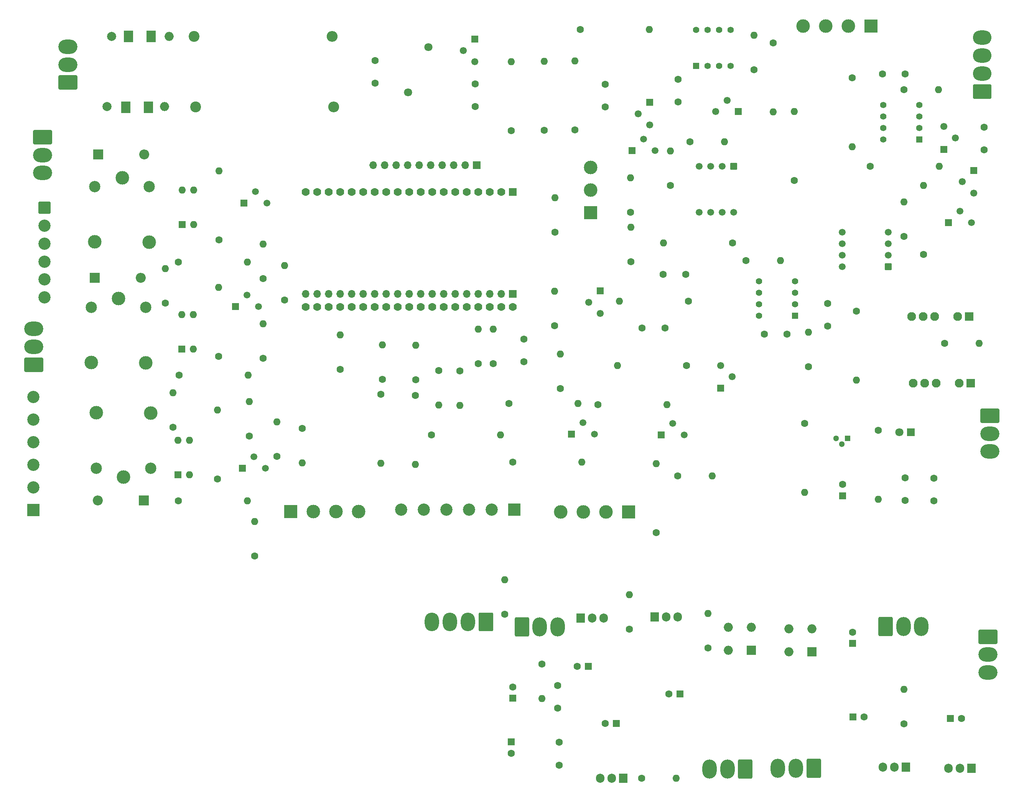
<source format=gbr>
%TF.GenerationSoftware,KiCad,Pcbnew,8.0.3*%
%TF.CreationDate,2024-10-09T15:46:38-03:00*%
%TF.ProjectId,mod_sensado_Prototipo_270624,6d6f645f-7365-46e7-9361-646f5f50726f,rev?*%
%TF.SameCoordinates,Original*%
%TF.FileFunction,Soldermask,Bot*%
%TF.FilePolarity,Negative*%
%FSLAX46Y46*%
G04 Gerber Fmt 4.6, Leading zero omitted, Abs format (unit mm)*
G04 Created by KiCad (PCBNEW 8.0.3) date 2024-10-09 15:46:38*
%MOMM*%
%LPD*%
G01*
G04 APERTURE LIST*
G04 Aperture macros list*
%AMRoundRect*
0 Rectangle with rounded corners*
0 $1 Rounding radius*
0 $2 $3 $4 $5 $6 $7 $8 $9 X,Y pos of 4 corners*
0 Add a 4 corners polygon primitive as box body*
4,1,4,$2,$3,$4,$5,$6,$7,$8,$9,$2,$3,0*
0 Add four circle primitives for the rounded corners*
1,1,$1+$1,$2,$3*
1,1,$1+$1,$4,$5*
1,1,$1+$1,$6,$7*
1,1,$1+$1,$8,$9*
0 Add four rect primitives between the rounded corners*
20,1,$1+$1,$2,$3,$4,$5,0*
20,1,$1+$1,$4,$5,$6,$7,0*
20,1,$1+$1,$6,$7,$8,$9,0*
20,1,$1+$1,$8,$9,$2,$3,0*%
G04 Aperture macros list end*
%ADD10C,1.600000*%
%ADD11O,1.600000X1.600000*%
%ADD12R,1.905000X2.000000*%
%ADD13O,1.905000X2.000000*%
%ADD14R,1.500000X1.500000*%
%ADD15C,1.500000*%
%ADD16R,2.000000X2.000000*%
%ADD17O,2.000000X2.000000*%
%ADD18RoundRect,0.102000X-0.780000X0.780000X-0.780000X-0.780000X0.780000X-0.780000X0.780000X0.780000X0*%
%ADD19C,1.764000*%
%ADD20RoundRect,0.250000X-1.330000X-1.850000X1.330000X-1.850000X1.330000X1.850000X-1.330000X1.850000X0*%
%ADD21O,3.160000X4.200000*%
%ADD22RoundRect,0.250000X1.850000X-1.330000X1.850000X1.330000X-1.850000X1.330000X-1.850000X-1.330000X0*%
%ADD23O,4.200000X3.160000*%
%ADD24R,1.600000X1.600000*%
%ADD25R,3.000000X3.000000*%
%ADD26C,3.000000*%
%ADD27R,1.550000X1.550000*%
%ADD28C,1.550000*%
%ADD29C,2.400000*%
%ADD30O,2.400000X2.400000*%
%ADD31RoundRect,0.102000X0.865000X0.865000X-0.865000X0.865000X-0.865000X-0.865000X0.865000X-0.865000X0*%
%ADD32C,1.934000*%
%ADD33C,2.500000*%
%ADD34R,2.200000X2.200000*%
%ADD35O,2.200000X2.200000*%
%ADD36RoundRect,0.250000X-1.850000X1.330000X-1.850000X-1.330000X1.850000X-1.330000X1.850000X1.330000X0*%
%ADD37C,2.000000*%
%ADD38RoundRect,0.102000X0.605000X-0.605000X0.605000X0.605000X-0.605000X0.605000X-0.605000X-0.605000X0*%
%ADD39C,1.414000*%
%ADD40R,1.800000X1.800000*%
%ADD41C,1.800000*%
%ADD42R,2.700000X2.700000*%
%ADD43C,2.700000*%
%ADD44RoundRect,0.102000X0.649000X0.649000X-0.649000X0.649000X-0.649000X-0.649000X0.649000X-0.649000X0*%
%ADD45C,1.502000*%
%ADD46RoundRect,0.250000X1.330000X1.800000X-1.330000X1.800000X-1.330000X-1.800000X1.330000X-1.800000X0*%
%ADD47O,3.160000X4.100000*%
%ADD48RoundRect,0.250001X-1.099999X1.099999X-1.099999X-1.099999X1.099999X-1.099999X1.099999X1.099999X0*%
%ADD49R,1.700000X1.700000*%
%ADD50O,1.700000X1.700000*%
%ADD51RoundRect,0.102000X-0.649000X0.649000X-0.649000X-0.649000X0.649000X-0.649000X0.649000X0.649000X0*%
%ADD52C,1.804000*%
%ADD53RoundRect,0.250000X1.330000X1.850000X-1.330000X1.850000X-1.330000X-1.850000X1.330000X-1.850000X0*%
%ADD54R,1.300000X1.300000*%
%ADD55C,1.300000*%
%ADD56RoundRect,0.102000X0.605000X0.605000X-0.605000X0.605000X-0.605000X-0.605000X0.605000X-0.605000X0*%
%ADD57RoundRect,0.250000X1.800000X-1.330000X1.800000X1.330000X-1.800000X1.330000X-1.800000X-1.330000X0*%
%ADD58O,4.100000X3.160000*%
%ADD59R,2.000000X2.500000*%
G04 APERTURE END LIST*
D10*
%TO.C,RC21*%
X204450000Y-86310000D03*
D11*
X204450000Y-101550000D03*
%TD*%
D12*
%TO.C,U2*%
X215430000Y-187050000D03*
D13*
X212890000Y-187050000D03*
X210350000Y-187050000D03*
%TD*%
D10*
%TO.C,CV10*%
X198090000Y-84590000D03*
X198090000Y-89590000D03*
%TD*%
D14*
%TO.C,Q3*%
X141600000Y-113480000D03*
D15*
X144140000Y-110940000D03*
X146680000Y-113480000D03*
%TD*%
D16*
%TO.C,D1*%
X181275000Y-161245000D03*
D17*
X181275000Y-156165000D03*
X176195000Y-156165000D03*
X176195000Y-161245000D03*
%TD*%
D14*
%TO.C,Q7*%
X67400000Y-85280000D03*
D15*
X69940000Y-82740000D03*
X72480000Y-85280000D03*
%TD*%
D18*
%TO.C,U1*%
X128630000Y-59970000D03*
D19*
X126090000Y-59970000D03*
X123550000Y-59970000D03*
X121010000Y-59970000D03*
X118470000Y-59970000D03*
X115930000Y-59970000D03*
X113390000Y-59970000D03*
X110850000Y-59970000D03*
X108310000Y-59970000D03*
X105770000Y-59970000D03*
X103230000Y-59970000D03*
X100690000Y-59970000D03*
X98150000Y-59970000D03*
X95610000Y-59970000D03*
X93070000Y-59970000D03*
X90530000Y-59970000D03*
X87990000Y-59970000D03*
X85450000Y-59970000D03*
X82910000Y-59970000D03*
X128630000Y-85370000D03*
X126090000Y-85370000D03*
X123550000Y-85370000D03*
X121010000Y-85370000D03*
X118470000Y-85370000D03*
X115930000Y-85370000D03*
X113390000Y-85370000D03*
X110850000Y-85370000D03*
X108310000Y-85370000D03*
X105770000Y-85370000D03*
X103230000Y-85370000D03*
X100690000Y-85370000D03*
X98150000Y-85370000D03*
X95610000Y-85370000D03*
X93070000Y-85370000D03*
X90530000Y-85370000D03*
X87990000Y-85370000D03*
X85450000Y-85370000D03*
X82910000Y-85370000D03*
%TD*%
D20*
%TO.C,J13*%
X210905000Y-155965000D03*
D21*
X214865000Y-155965000D03*
X218825000Y-155965000D03*
%TD*%
D22*
%TO.C,J17*%
X22900000Y-98110000D03*
D23*
X22900000Y-94150000D03*
X22900000Y-90190000D03*
%TD*%
D10*
%TO.C,RV16*%
X209340000Y-112610000D03*
D11*
X209340000Y-127850000D03*
%TD*%
D24*
%TO.C,C18*%
X151480000Y-177360000D03*
D10*
X148980000Y-177360000D03*
%TD*%
D25*
%TO.C,J8*%
X145827500Y-64522500D03*
D26*
X145827500Y-59522500D03*
X145827500Y-54522500D03*
%TD*%
D27*
%TO.C,RC16*%
X230380000Y-55200000D03*
D28*
X227880000Y-57700000D03*
X230380000Y-60200000D03*
%TD*%
D10*
%TO.C,F2*%
X163450000Y-58490000D03*
D11*
X163450000Y-50870000D03*
%TD*%
D24*
%TO.C,C19*%
X203660000Y-159720000D03*
D10*
X203660000Y-157220000D03*
%TD*%
D29*
%TO.C,RV1*%
X58285000Y-25610000D03*
D30*
X88765000Y-25610000D03*
%TD*%
D10*
%TO.C,P11*%
X71630000Y-140370000D03*
D11*
X71630000Y-132750000D03*
%TD*%
D10*
%TO.C,F10*%
X116970000Y-99540000D03*
D11*
X116970000Y-107160000D03*
%TD*%
D10*
%TO.C,RV18*%
X99530000Y-104700000D03*
D11*
X99530000Y-119940000D03*
%TD*%
D10*
%TO.C,F5*%
X214990000Y-69800000D03*
D11*
X214990000Y-62180000D03*
%TD*%
D31*
%TO.C,PS1*%
X229370000Y-87440000D03*
D32*
X226830000Y-87440000D03*
X221750000Y-87440000D03*
X219210000Y-87440000D03*
X216670000Y-87440000D03*
%TD*%
D26*
%TO.C,K1*%
X42390000Y-56820000D03*
D33*
X36340000Y-58770000D03*
D26*
X36340000Y-70970000D03*
X48390000Y-71020000D03*
D33*
X48340000Y-58770000D03*
%TD*%
D10*
%TO.C,F8*%
X124310000Y-97880000D03*
D11*
X124310000Y-90260000D03*
%TD*%
D10*
%TO.C,P7*%
X90510000Y-99170000D03*
D11*
X90510000Y-91550000D03*
%TD*%
D34*
%TO.C,D5*%
X36290000Y-78900000D03*
D35*
X46450000Y-78900000D03*
%TD*%
D10*
%TO.C,P1*%
X167710000Y-48830000D03*
D11*
X175330000Y-48830000D03*
%TD*%
D10*
%TO.C,RE2*%
X128620000Y-119610000D03*
D11*
X143860000Y-119610000D03*
%TD*%
D10*
%TO.C,RC1*%
X54810000Y-75470000D03*
D11*
X70050000Y-75470000D03*
%TD*%
D24*
%TO.C,U9*%
X55535000Y-94660000D03*
D11*
X58075000Y-94660000D03*
X58075000Y-87040000D03*
X55535000Y-87040000D03*
%TD*%
D24*
%TO.C,U4*%
X55595000Y-67180000D03*
D11*
X58135000Y-67180000D03*
X58135000Y-59560000D03*
X55595000Y-59560000D03*
%TD*%
D27*
%TO.C,RC22*%
X174530000Y-103280000D03*
D28*
X177030000Y-100780000D03*
X174530000Y-98280000D03*
%TD*%
D10*
%TO.C,P24*%
X137900000Y-68860000D03*
D11*
X137900000Y-61240000D03*
%TD*%
D10*
%TO.C,P14*%
X73490000Y-79130000D03*
D11*
X73490000Y-71510000D03*
%TD*%
D10*
%TO.C,F9*%
X121000000Y-97860000D03*
D11*
X121000000Y-90240000D03*
%TD*%
D10*
%TO.C,F6*%
X223920000Y-93370000D03*
D11*
X231540000Y-93370000D03*
%TD*%
D10*
%TO.C,RV15*%
X177100000Y-71180000D03*
D11*
X161860000Y-71180000D03*
%TD*%
D12*
%TO.C,U8*%
X152990000Y-189530000D03*
D13*
X150450000Y-189530000D03*
X147910000Y-189530000D03*
%TD*%
D20*
%TO.C,J16*%
X130610000Y-156060000D03*
D21*
X134570000Y-156060000D03*
X138530000Y-156060000D03*
%TD*%
D25*
%TO.C,J5*%
X207730000Y-23280000D03*
D26*
X202730000Y-23280000D03*
X197730000Y-23280000D03*
X192730000Y-23280000D03*
%TD*%
D36*
%TO.C,J12*%
X233970000Y-109390000D03*
D23*
X233970000Y-113350000D03*
X233970000Y-117310000D03*
%TD*%
D10*
%TO.C,RV10*%
X142340000Y-46280000D03*
D11*
X142340000Y-31040000D03*
%TD*%
D10*
%TO.C,P17*%
X126850000Y-153280000D03*
D11*
X126850000Y-145660000D03*
%TD*%
D24*
%TO.C,C1*%
X165550000Y-170910000D03*
D10*
X163050000Y-170910000D03*
%TD*%
%TO.C,CV5*%
X162190000Y-89990000D03*
X157190000Y-89990000D03*
%TD*%
%TO.C,P12*%
X157050000Y-189480000D03*
D11*
X164670000Y-189480000D03*
%TD*%
D27*
%TO.C,RV4*%
X158810000Y-40150000D03*
D28*
X156310000Y-42650000D03*
X158810000Y-45150000D03*
%TD*%
D14*
%TO.C,Q5*%
X69290000Y-62400000D03*
D15*
X71830000Y-59860000D03*
X74370000Y-62400000D03*
%TD*%
D10*
%TO.C,P5*%
X73500000Y-96720000D03*
D11*
X73500000Y-89100000D03*
%TD*%
D10*
%TO.C,RV17*%
X193050000Y-111102651D03*
D11*
X193050000Y-126342651D03*
%TD*%
D37*
%TO.C,L2*%
X40090000Y-25570000D03*
D17*
X52790000Y-25570000D03*
%TD*%
D38*
%TO.C,UV1*%
X169080000Y-32107500D03*
D39*
X171620000Y-32107500D03*
X174160000Y-32107500D03*
X176700000Y-32107500D03*
X176700000Y-24167500D03*
X174160000Y-24167500D03*
X171620000Y-24167500D03*
X169080000Y-24167500D03*
%TD*%
D10*
%TO.C,CV4*%
X165110000Y-35040000D03*
X165110000Y-40040000D03*
%TD*%
D27*
%TO.C,RV14*%
X147880000Y-81810000D03*
D28*
X145380000Y-84310000D03*
X147880000Y-86810000D03*
%TD*%
D10*
%TO.C,RV8*%
X128320000Y-46390000D03*
D11*
X128320000Y-31150000D03*
%TD*%
D10*
%TO.C,RE3*%
X160280000Y-135190000D03*
D11*
X160280000Y-119950000D03*
%TD*%
D10*
%TO.C,P3*%
X181880000Y-32980000D03*
D11*
X181880000Y-25360000D03*
%TD*%
D10*
%TO.C,RC3*%
X54780000Y-128190000D03*
D11*
X70020000Y-128190000D03*
%TD*%
D10*
%TO.C,P26*%
X139140000Y-103370000D03*
D11*
X139140000Y-95750000D03*
%TD*%
D10*
%TO.C,CV6*%
X166842500Y-78140000D03*
X161842500Y-78140000D03*
%TD*%
%TO.C,P23*%
X214950000Y-177450000D03*
D11*
X214950000Y-169830000D03*
%TD*%
D10*
%TO.C,P6*%
X82140000Y-112210000D03*
D11*
X82140000Y-119830000D03*
%TD*%
D24*
%TO.C,C21*%
X225190000Y-176320000D03*
D10*
X227690000Y-176320000D03*
%TD*%
D24*
%TO.C,C17*%
X145330000Y-164770000D03*
D10*
X142830000Y-164770000D03*
%TD*%
%TO.C,P8*%
X51910000Y-84540000D03*
D11*
X51910000Y-76920000D03*
%TD*%
D12*
%TO.C,U3*%
X229880000Y-187265000D03*
D13*
X227340000Y-187265000D03*
X224800000Y-187265000D03*
%TD*%
D10*
%TO.C,RC17*%
X203570000Y-34690000D03*
D11*
X203570000Y-49930000D03*
%TD*%
D24*
%TO.C,C20*%
X203700000Y-175970000D03*
D10*
X206200000Y-175970000D03*
%TD*%
%TO.C,F7*%
X180110000Y-75080000D03*
D11*
X187730000Y-75080000D03*
%TD*%
D10*
%TO.C,P20*%
X165000000Y-122740000D03*
D11*
X172620000Y-122740000D03*
%TD*%
D10*
%TO.C,RC19*%
X207540000Y-54290000D03*
D11*
X222780000Y-54290000D03*
%TD*%
D40*
%TO.C,D6*%
X216530000Y-113020000D03*
D41*
X213990000Y-113020000D03*
%TD*%
D10*
%TO.C,P4*%
X76580000Y-118410000D03*
D11*
X76580000Y-110790000D03*
%TD*%
D10*
%TO.C,F4*%
X214950000Y-37350000D03*
D11*
X222570000Y-37350000D03*
%TD*%
D10*
%TO.C,CV8*%
X221550000Y-128220000D03*
X221550000Y-123220000D03*
%TD*%
D42*
%TO.C,J11*%
X128970000Y-130190000D03*
D43*
X123970000Y-130190000D03*
X118970000Y-130190000D03*
X113970000Y-130190000D03*
X108970000Y-130190000D03*
X103970000Y-130190000D03*
%TD*%
D10*
%TO.C,F11*%
X112270000Y-99390000D03*
D11*
X112270000Y-107010000D03*
%TD*%
D10*
%TO.C,P18*%
X171730000Y-160750000D03*
D11*
X171730000Y-153130000D03*
%TD*%
D10*
%TO.C,CV3*%
X120280000Y-36050000D03*
X120280000Y-41050000D03*
%TD*%
%TO.C,P25*%
X137850000Y-89500000D03*
D11*
X137850000Y-81880000D03*
%TD*%
D12*
%TO.C,U7*%
X143610000Y-154150000D03*
D13*
X146150000Y-154150000D03*
X148690000Y-154150000D03*
%TD*%
D25*
%TO.C,J9*%
X79570000Y-130580000D03*
D26*
X84570000Y-130580000D03*
X89570000Y-130580000D03*
X94570000Y-130580000D03*
%TD*%
D10*
%TO.C,C14*%
X138560000Y-174000000D03*
X138560000Y-169000000D03*
%TD*%
D25*
%TO.C,J2*%
X154160000Y-130680000D03*
D26*
X149160000Y-130680000D03*
X144160000Y-130680000D03*
X139160000Y-130680000D03*
%TD*%
%TO.C,K2*%
X42660000Y-122970000D03*
D33*
X48710000Y-121020000D03*
D26*
X48710000Y-108820000D03*
X36660000Y-108770000D03*
D33*
X36710000Y-121020000D03*
%TD*%
D10*
%TO.C,P2*%
X154700000Y-75390000D03*
D11*
X154700000Y-67770000D03*
%TD*%
D44*
%TO.C,UC5*%
X211510000Y-76480000D03*
D45*
X211510000Y-73940000D03*
X211510000Y-71400000D03*
X211510000Y-68860000D03*
X201350000Y-68860000D03*
X201350000Y-71400000D03*
X201350000Y-73940000D03*
X201350000Y-76480000D03*
%TD*%
D10*
%TO.C,RV19*%
X107090000Y-104900000D03*
D11*
X107090000Y-120140000D03*
%TD*%
D10*
%TO.C,P10*%
X70450000Y-113910000D03*
D11*
X70450000Y-106290000D03*
%TD*%
D46*
%TO.C,J15*%
X122670000Y-154970000D03*
D47*
X118710000Y-154970000D03*
X114750000Y-154970000D03*
X110790000Y-154970000D03*
%TD*%
D10*
%TO.C,C16*%
X138870000Y-181580000D03*
X138870000Y-186580000D03*
%TD*%
D24*
%TO.C,C13*%
X128640000Y-171820000D03*
D10*
X128640000Y-169320000D03*
%TD*%
%TO.C,CV1*%
X98230000Y-30890000D03*
X98230000Y-35890000D03*
%TD*%
%TO.C,RC20*%
X219270000Y-73790000D03*
D11*
X219270000Y-58550000D03*
%TD*%
D48*
%TO.C,J6*%
X25200000Y-63460000D03*
D43*
X25200000Y-67420000D03*
X25200000Y-71380000D03*
X25200000Y-75340000D03*
X25200000Y-79300000D03*
X25200000Y-83260000D03*
%TD*%
D49*
%TO.C,J20*%
X128590000Y-82490000D03*
D50*
X126050000Y-82490000D03*
X123510000Y-82490000D03*
X120970000Y-82490000D03*
X118430000Y-82490000D03*
X115890000Y-82490000D03*
X113350000Y-82490000D03*
X110810000Y-82490000D03*
X108270000Y-82490000D03*
X105730000Y-82490000D03*
X103190000Y-82490000D03*
X100650000Y-82490000D03*
X98110000Y-82490000D03*
X95570000Y-82490000D03*
X93030000Y-82490000D03*
X90490000Y-82490000D03*
X87950000Y-82490000D03*
X85410000Y-82490000D03*
X82870000Y-82490000D03*
%TD*%
D10*
%TO.C,P19*%
X135060000Y-164240000D03*
D11*
X135060000Y-171860000D03*
%TD*%
D10*
%TO.C,RE4*%
X147440000Y-106950000D03*
D11*
X162680000Y-106950000D03*
%TD*%
D10*
%TO.C,Cc12*%
X131080000Y-92470000D03*
X131080000Y-97470000D03*
%TD*%
D51*
%TO.C,UV2*%
X177350000Y-54300000D03*
D45*
X174810000Y-54300000D03*
X172270000Y-54300000D03*
X169730000Y-54300000D03*
X169730000Y-64460000D03*
X172270000Y-64460000D03*
X174810000Y-64460000D03*
X177350000Y-64460000D03*
%TD*%
D10*
%TO.C,P22*%
X154640000Y-64440000D03*
D11*
X154640000Y-56820000D03*
%TD*%
D52*
%TO.C,RV3*%
X109980000Y-27940000D03*
X105480000Y-37940000D03*
%TD*%
D53*
%TO.C,J3*%
X179960000Y-187490000D03*
D21*
X176000000Y-187490000D03*
X172040000Y-187490000D03*
%TD*%
D10*
%TO.C,CV2*%
X149010000Y-36170000D03*
X149010000Y-41170000D03*
%TD*%
D31*
%TO.C,PS2*%
X229670000Y-102180000D03*
D32*
X227130000Y-102180000D03*
X222050000Y-102180000D03*
X219510000Y-102180000D03*
X216970000Y-102180000D03*
%TD*%
D53*
%TO.C,J4*%
X195070000Y-187295000D03*
D21*
X191110000Y-187295000D03*
X187150000Y-187295000D03*
%TD*%
D34*
%TO.C,D4*%
X47160000Y-128080000D03*
D35*
X37000000Y-128080000D03*
%TD*%
D10*
%TO.C,RV9*%
X135590000Y-46340000D03*
D11*
X135590000Y-31100000D03*
%TD*%
D24*
%TO.C,C15*%
X128300000Y-181490000D03*
D10*
X128300000Y-183990000D03*
%TD*%
D14*
%TO.C,Q2*%
X224780000Y-66750000D03*
D15*
X227320000Y-64210000D03*
X229860000Y-66750000D03*
%TD*%
D36*
%TO.C,J18*%
X233535000Y-158225000D03*
D23*
X233535000Y-162185000D03*
X233535000Y-166145000D03*
%TD*%
D49*
%TO.C,J10*%
X120700000Y-54060000D03*
D50*
X118160000Y-54060000D03*
X115620000Y-54060000D03*
X113080000Y-54060000D03*
X110540000Y-54060000D03*
X108000000Y-54060000D03*
X105460000Y-54060000D03*
X102920000Y-54060000D03*
X100380000Y-54060000D03*
X97840000Y-54060000D03*
%TD*%
D10*
%TO.C,P9*%
X53620000Y-111910000D03*
D11*
X53620000Y-104290000D03*
%TD*%
D24*
%TO.C,U6*%
X54735000Y-122450000D03*
D11*
X57275000Y-122450000D03*
X57275000Y-114830000D03*
X54735000Y-114830000D03*
%TD*%
D27*
%TO.C,RC18*%
X223820000Y-50520000D03*
D28*
X226320000Y-48020000D03*
X223820000Y-45520000D03*
%TD*%
D26*
%TO.C,K3*%
X41600000Y-83510000D03*
D33*
X35550000Y-85460000D03*
D26*
X35550000Y-97660000D03*
X47600000Y-97710000D03*
D33*
X47550000Y-85460000D03*
%TD*%
D10*
%TO.C,P16*%
X78250000Y-83840000D03*
D11*
X78250000Y-76220000D03*
%TD*%
D10*
%TO.C,CV9*%
X215190000Y-128090000D03*
X215190000Y-123090000D03*
%TD*%
D54*
%TO.C,VR1*%
X202540000Y-114392651D03*
D55*
X201270000Y-115662651D03*
X200000000Y-114392651D03*
%TD*%
D14*
%TO.C,Q4*%
X161420000Y-113620000D03*
D15*
X163960000Y-111080000D03*
X166500000Y-113620000D03*
%TD*%
D36*
%TO.C,J19*%
X24810000Y-47830000D03*
D23*
X24810000Y-51790000D03*
X24810000Y-55750000D03*
%TD*%
D10*
%TO.C,RV12*%
X190760000Y-57430000D03*
D11*
X190760000Y-42190000D03*
%TD*%
D10*
%TO.C,RC6*%
X63670000Y-96250000D03*
D11*
X63670000Y-81010000D03*
%TD*%
D10*
%TO.C,RC4*%
X63430000Y-123400000D03*
D11*
X63430000Y-108160000D03*
%TD*%
D42*
%TO.C,J7*%
X22810000Y-130270000D03*
D43*
X22810000Y-125270000D03*
X22810000Y-120270000D03*
X22810000Y-115270000D03*
X22810000Y-110270000D03*
X22810000Y-105270000D03*
%TD*%
D10*
%TO.C,Cc8*%
X210210000Y-33850000D03*
X215210000Y-33850000D03*
%TD*%
%TO.C,RV13*%
X167382500Y-84090000D03*
D11*
X152142500Y-84090000D03*
%TD*%
D34*
%TO.C,D3*%
X37120000Y-51650000D03*
D35*
X47280000Y-51650000D03*
%TD*%
D10*
%TO.C,P15*%
X110660000Y-113660000D03*
D11*
X125900000Y-113660000D03*
%TD*%
D56*
%TO.C,UV3*%
X190910000Y-87290000D03*
D39*
X190910000Y-84750000D03*
X190910000Y-82210000D03*
X190910000Y-79670000D03*
X182970000Y-79670000D03*
X182970000Y-82210000D03*
X182970000Y-84750000D03*
X182970000Y-87290000D03*
%TD*%
D10*
%TO.C,RE1*%
X127780000Y-106720000D03*
D11*
X143020000Y-106720000D03*
%TD*%
D10*
%TO.C,P21*%
X193870000Y-98560000D03*
D11*
X193870000Y-90940000D03*
%TD*%
D56*
%TO.C,UC4*%
X218327500Y-48400000D03*
D39*
X218327500Y-45860000D03*
X218327500Y-43320000D03*
X218327500Y-40780000D03*
X210387500Y-40780000D03*
X210387500Y-43320000D03*
X210387500Y-45860000D03*
X210387500Y-48400000D03*
%TD*%
D27*
%TO.C,RV6*%
X178410000Y-42190000D03*
D28*
X175910000Y-39690000D03*
X173410000Y-42190000D03*
%TD*%
D29*
%TO.C,RV11*%
X58565000Y-41190000D03*
D30*
X89045000Y-41190000D03*
%TD*%
D14*
%TO.C,Q1*%
X154940000Y-50790000D03*
D15*
X157480000Y-48250000D03*
X160020000Y-50790000D03*
%TD*%
D27*
%TO.C,RV2*%
X120220000Y-26200000D03*
D28*
X117720000Y-28700000D03*
X120220000Y-31200000D03*
%TD*%
D10*
%TO.C,Cc9*%
X232650000Y-50660000D03*
X232650000Y-45660000D03*
%TD*%
%TO.C,RV23*%
X166930000Y-98300000D03*
D11*
X151690000Y-98300000D03*
%TD*%
D14*
%TO.C,Q6*%
X68890000Y-121010000D03*
D15*
X71430000Y-118470000D03*
X73970000Y-121010000D03*
%TD*%
D10*
%TO.C,P13*%
X154330000Y-156570000D03*
D11*
X154330000Y-148950000D03*
%TD*%
D10*
%TO.C,F13*%
X99800000Y-101320000D03*
D11*
X99800000Y-93700000D03*
%TD*%
D10*
%TO.C,RC2*%
X63730000Y-70570000D03*
D11*
X63730000Y-55330000D03*
%TD*%
D57*
%TO.C,J14*%
X232230000Y-37740000D03*
D58*
X232230000Y-33780000D03*
X232230000Y-29820000D03*
X232230000Y-25860000D03*
%TD*%
D10*
%TO.C,RV5*%
X143550000Y-24060000D03*
D11*
X158790000Y-24060000D03*
%TD*%
D10*
%TO.C,RC5*%
X54990000Y-100410000D03*
D11*
X70230000Y-100410000D03*
%TD*%
D16*
%TO.C,D2*%
X194625000Y-161585000D03*
D17*
X194625000Y-156505000D03*
X189545000Y-156505000D03*
X189545000Y-161585000D03*
%TD*%
D37*
%TO.C,L4*%
X39080000Y-41060000D03*
D17*
X51780000Y-41060000D03*
%TD*%
D24*
%TO.C,C2*%
X201460000Y-127092651D03*
D10*
X201460000Y-124592651D03*
%TD*%
%TO.C,F12*%
X107180000Y-101460000D03*
D11*
X107180000Y-93840000D03*
%TD*%
D22*
%TO.C,J1*%
X30440000Y-35770000D03*
D23*
X30440000Y-31810000D03*
X30440000Y-27850000D03*
%TD*%
D10*
%TO.C,CV7*%
X189140000Y-91330000D03*
X184140000Y-91330000D03*
%TD*%
%TO.C,RV7*%
X186130000Y-27050000D03*
D11*
X186130000Y-42290000D03*
%TD*%
D12*
%TO.C,U5*%
X159980000Y-153880000D03*
D13*
X162520000Y-153880000D03*
X165060000Y-153880000D03*
%TD*%
D59*
%TO.C,L1*%
X43750000Y-25600000D03*
X48750000Y-25600000D03*
%TD*%
%TO.C,L3*%
X43150000Y-41210000D03*
X48150000Y-41210000D03*
%TD*%
M02*

</source>
